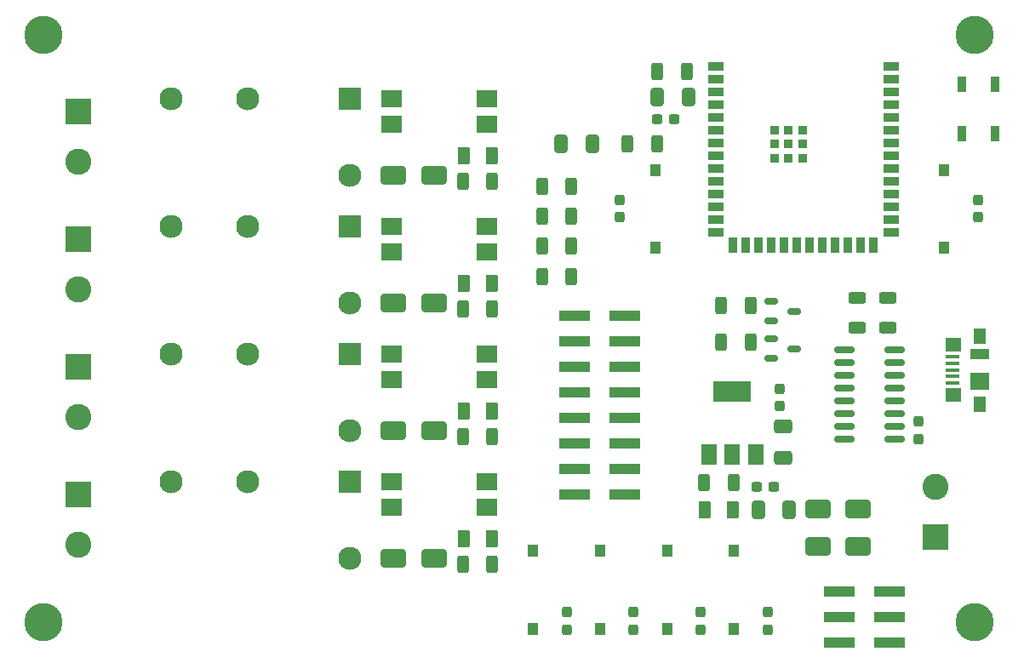
<source format=gbr>
%TF.GenerationSoftware,KiCad,Pcbnew,7.0.6*%
%TF.CreationDate,2023-08-03T00:29:09-04:00*%
%TF.ProjectId,esp32_rele_v1,65737033-325f-4726-956c-655f76312e6b,rev?*%
%TF.SameCoordinates,Original*%
%TF.FileFunction,Soldermask,Top*%
%TF.FilePolarity,Negative*%
%FSLAX46Y46*%
G04 Gerber Fmt 4.6, Leading zero omitted, Abs format (unit mm)*
G04 Created by KiCad (PCBNEW 7.0.6) date 2023-08-03 00:29:09*
%MOMM*%
%LPD*%
G01*
G04 APERTURE LIST*
G04 Aperture macros list*
%AMRoundRect*
0 Rectangle with rounded corners*
0 $1 Rounding radius*
0 $2 $3 $4 $5 $6 $7 $8 $9 X,Y pos of 4 corners*
0 Add a 4 corners polygon primitive as box body*
4,1,4,$2,$3,$4,$5,$6,$7,$8,$9,$2,$3,0*
0 Add four circle primitives for the rounded corners*
1,1,$1+$1,$2,$3*
1,1,$1+$1,$4,$5*
1,1,$1+$1,$6,$7*
1,1,$1+$1,$8,$9*
0 Add four rect primitives between the rounded corners*
20,1,$1+$1,$2,$3,$4,$5,0*
20,1,$1+$1,$4,$5,$6,$7,0*
20,1,$1+$1,$6,$7,$8,$9,0*
20,1,$1+$1,$8,$9,$2,$3,0*%
G04 Aperture macros list end*
%ADD10R,2.300000X2.300000*%
%ADD11C,2.300000*%
%ADD12RoundRect,0.237500X0.237500X-0.300000X0.237500X0.300000X-0.237500X0.300000X-0.237500X-0.300000X0*%
%ADD13RoundRect,0.250000X-0.375000X-0.625000X0.375000X-0.625000X0.375000X0.625000X-0.375000X0.625000X0*%
%ADD14RoundRect,0.250000X-0.312500X-0.625000X0.312500X-0.625000X0.312500X0.625000X-0.312500X0.625000X0*%
%ADD15R,1.000000X1.250000*%
%ADD16RoundRect,0.250000X-1.000000X-0.650000X1.000000X-0.650000X1.000000X0.650000X-1.000000X0.650000X0*%
%ADD17R,2.600000X2.600000*%
%ADD18C,2.600000*%
%ADD19RoundRect,0.250000X0.375000X0.625000X-0.375000X0.625000X-0.375000X-0.625000X0.375000X-0.625000X0*%
%ADD20RoundRect,0.250000X0.650000X-0.412500X0.650000X0.412500X-0.650000X0.412500X-0.650000X-0.412500X0*%
%ADD21RoundRect,0.250000X0.312500X0.625000X-0.312500X0.625000X-0.312500X-0.625000X0.312500X-0.625000X0*%
%ADD22R,3.150000X1.000000*%
%ADD23RoundRect,0.250000X0.412500X0.650000X-0.412500X0.650000X-0.412500X-0.650000X0.412500X-0.650000X0*%
%ADD24C,3.800000*%
%ADD25RoundRect,0.237500X-0.237500X0.300000X-0.237500X-0.300000X0.237500X-0.300000X0.237500X0.300000X0*%
%ADD26RoundRect,0.150000X-0.512500X-0.150000X0.512500X-0.150000X0.512500X0.150000X-0.512500X0.150000X0*%
%ADD27R,2.000000X1.780000*%
%ADD28R,1.500000X2.000000*%
%ADD29R,3.800000X2.000000*%
%ADD30RoundRect,0.237500X-0.300000X-0.237500X0.300000X-0.237500X0.300000X0.237500X-0.300000X0.237500X0*%
%ADD31RoundRect,0.250000X0.625000X-0.312500X0.625000X0.312500X-0.625000X0.312500X-0.625000X-0.312500X0*%
%ADD32RoundRect,0.250000X-0.412500X-0.650000X0.412500X-0.650000X0.412500X0.650000X-0.412500X0.650000X0*%
%ADD33R,1.300000X1.650000*%
%ADD34R,1.550000X1.425000*%
%ADD35R,1.900000X1.000000*%
%ADD36R,1.900000X1.800000*%
%ADD37R,1.380000X0.450000*%
%ADD38R,1.500000X0.900000*%
%ADD39R,0.900000X1.500000*%
%ADD40R,0.900000X0.900000*%
%ADD41RoundRect,0.150000X0.825000X0.150000X-0.825000X0.150000X-0.825000X-0.150000X0.825000X-0.150000X0*%
%ADD42RoundRect,0.237500X0.300000X0.237500X-0.300000X0.237500X-0.300000X-0.237500X0.300000X-0.237500X0*%
G04 APERTURE END LIST*
D10*
%TO.C,K1*%
X34275000Y-22870000D03*
D11*
X24115000Y-22870000D03*
X16495000Y-22870000D03*
X34275000Y-30490000D03*
%TD*%
D12*
%TO.C,C8*%
X96774000Y-22006500D03*
X96774000Y-20281500D03*
%TD*%
D13*
%TO.C,D7*%
X45590000Y-15875000D03*
X48390000Y-15875000D03*
%TD*%
D14*
%TO.C,R1*%
X61907500Y-14720000D03*
X64832500Y-14720000D03*
%TD*%
D15*
%TO.C,BT4*%
X72493428Y-62930000D03*
X72493428Y-55180000D03*
%TD*%
D16*
%TO.C,D10*%
X38640000Y-43180000D03*
X42640000Y-43180000D03*
%TD*%
D17*
%TO.C,J5*%
X7315000Y-36870000D03*
D18*
X7315000Y-41870000D03*
%TD*%
D19*
%TO.C,D3*%
X72396500Y-51092000D03*
X69596500Y-51092000D03*
%TD*%
D20*
%TO.C,C7*%
X77396500Y-45923500D03*
X77396500Y-42798500D03*
%TD*%
D21*
%TO.C,R11*%
X56312500Y-27880000D03*
X53387500Y-27880000D03*
%TD*%
D16*
%TO.C,D1*%
X80862500Y-51040000D03*
X84862500Y-51040000D03*
%TD*%
D14*
%TO.C,R2*%
X64857500Y-7480000D03*
X67782500Y-7480000D03*
%TD*%
D22*
%TO.C,J2*%
X82945000Y-59180000D03*
X87995000Y-59180000D03*
X82945000Y-61720000D03*
X87995000Y-61720000D03*
X82945000Y-64260000D03*
X87995000Y-64260000D03*
%TD*%
D16*
%TO.C,D2*%
X80862500Y-54770000D03*
X84862500Y-54770000D03*
%TD*%
D23*
%TO.C,C3*%
X58442500Y-14720000D03*
X55317500Y-14720000D03*
%TD*%
D15*
%TO.C,SW2*%
X64643000Y-25019000D03*
X64643000Y-17269000D03*
%TD*%
D24*
%TO.C,H2*%
X96450000Y-3810000D03*
%TD*%
D15*
%TO.C,BT3*%
X65837714Y-62930000D03*
X65837714Y-55180000D03*
%TD*%
D14*
%TO.C,R13*%
X45527500Y-43815000D03*
X48452500Y-43815000D03*
%TD*%
D15*
%TO.C,BT2*%
X59182000Y-62930000D03*
X59182000Y-55180000D03*
%TD*%
D25*
%TO.C,C6*%
X77015500Y-39053500D03*
X77015500Y-40778500D03*
%TD*%
D26*
%TO.C,Q2*%
X76178000Y-34115000D03*
X76178000Y-36015000D03*
X78453000Y-35065000D03*
%TD*%
D25*
%TO.C,C9*%
X90805000Y-42317500D03*
X90805000Y-44042500D03*
%TD*%
D21*
%TO.C,R10*%
X56312500Y-18880000D03*
X53387500Y-18880000D03*
%TD*%
%TO.C,R3*%
X72459000Y-48389000D03*
X69534000Y-48389000D03*
%TD*%
D24*
%TO.C,H1*%
X3810000Y-3810000D03*
%TD*%
D13*
%TO.C,D5*%
X45590000Y-28575000D03*
X48390000Y-28575000D03*
%TD*%
D27*
%TO.C,U7*%
X47945000Y-50800000D03*
X47945000Y-48260000D03*
X38415000Y-48260000D03*
X38415000Y-50800000D03*
%TD*%
D28*
%TO.C,U1*%
X70039500Y-45604000D03*
X72339500Y-45604000D03*
D29*
X72339500Y-39304000D03*
D28*
X74639500Y-45604000D03*
%TD*%
D21*
%TO.C,R9*%
X56312500Y-24880000D03*
X53387500Y-24880000D03*
%TD*%
D16*
%TO.C,D9*%
X38640000Y-30480000D03*
X42640000Y-30480000D03*
%TD*%
D27*
%TO.C,U5*%
X47945000Y-38100000D03*
X47945000Y-35560000D03*
X38415000Y-35560000D03*
X38415000Y-38100000D03*
%TD*%
D30*
%TO.C,C4*%
X64827500Y-12200000D03*
X66552500Y-12200000D03*
%TD*%
D23*
%TO.C,C2*%
X78011000Y-51092000D03*
X74886000Y-51092000D03*
%TD*%
D31*
%TO.C,R6*%
X84709000Y-32958500D03*
X84709000Y-30033500D03*
%TD*%
D17*
%TO.C,J1*%
X92505000Y-53840000D03*
D18*
X92505000Y-48840000D03*
%TD*%
D10*
%TO.C,K2*%
X34275000Y-35570000D03*
D11*
X24115000Y-35570000D03*
X16495000Y-35570000D03*
X34275000Y-43190000D03*
%TD*%
D17*
%TO.C,J8*%
X7315000Y-24170000D03*
D18*
X7315000Y-29170000D03*
%TD*%
D16*
%TO.C,D11*%
X38640000Y-17780000D03*
X42640000Y-17780000D03*
%TD*%
D15*
%TO.C,SW1*%
X93345000Y-17269000D03*
X93345000Y-25019000D03*
%TD*%
D17*
%TO.C,J7*%
X7315000Y-11470000D03*
D18*
X7315000Y-16470000D03*
%TD*%
D22*
%TO.C,J3*%
X61665000Y-49600000D03*
X56615000Y-49600000D03*
X61665000Y-47060000D03*
X56615000Y-47060000D03*
X61665000Y-44520000D03*
X56615000Y-44520000D03*
X61665000Y-41980000D03*
X56615000Y-41980000D03*
X61665000Y-39440000D03*
X56615000Y-39440000D03*
X61665000Y-36900000D03*
X56615000Y-36900000D03*
X61665000Y-34360000D03*
X56615000Y-34360000D03*
X61665000Y-31820000D03*
X56615000Y-31820000D03*
%TD*%
D27*
%TO.C,U4*%
X47945000Y-25400000D03*
X47945000Y-22860000D03*
X38415000Y-22860000D03*
X38415000Y-25400000D03*
%TD*%
D25*
%TO.C,C13*%
X75821286Y-61292500D03*
X75821286Y-63017500D03*
%TD*%
D27*
%TO.C,U6*%
X47945000Y-12700000D03*
X47945000Y-10160000D03*
X38415000Y-10160000D03*
X38415000Y-12700000D03*
%TD*%
D25*
%TO.C,C11*%
X69165571Y-61292500D03*
X69165571Y-63017500D03*
%TD*%
D26*
%TO.C,Q1*%
X76178000Y-30377000D03*
X76178000Y-32277000D03*
X78453000Y-31327000D03*
%TD*%
D10*
%TO.C,K4*%
X34275000Y-48270000D03*
D11*
X24115000Y-48270000D03*
X16495000Y-48270000D03*
X34275000Y-55890000D03*
%TD*%
D24*
%TO.C,H3*%
X96450000Y-62230000D03*
%TD*%
D32*
%TO.C,C1*%
X64827500Y-10050000D03*
X67952500Y-10050000D03*
%TD*%
D25*
%TO.C,C14*%
X62509857Y-61292500D03*
X62509857Y-63017500D03*
%TD*%
D33*
%TO.C,J4*%
X96916800Y-33810600D03*
D34*
X94341800Y-34698100D03*
D35*
X96916800Y-35635600D03*
D36*
X96916800Y-38335600D03*
D34*
X94341800Y-39673100D03*
D33*
X96916800Y-40560600D03*
D37*
X94256800Y-35885600D03*
X94256800Y-36535600D03*
X94256800Y-37185600D03*
X94256800Y-37835600D03*
X94256800Y-38485600D03*
%TD*%
D31*
%TO.C,R7*%
X87757000Y-32958500D03*
X87757000Y-30033500D03*
%TD*%
D16*
%TO.C,D12*%
X42640000Y-55880000D03*
X38640000Y-55880000D03*
%TD*%
D25*
%TO.C,C10*%
X61087000Y-20281500D03*
X61087000Y-22006500D03*
%TD*%
D13*
%TO.C,D6*%
X45590000Y-41275000D03*
X48390000Y-41275000D03*
%TD*%
D38*
%TO.C,U2*%
X70650000Y-6980000D03*
X70650000Y-8250000D03*
X70650000Y-9520000D03*
X70650000Y-10790000D03*
X70650000Y-12060000D03*
X70650000Y-13330000D03*
X70650000Y-14600000D03*
X70650000Y-15870000D03*
X70650000Y-17140000D03*
X70650000Y-18410000D03*
X70650000Y-19680000D03*
X70650000Y-20950000D03*
X70650000Y-22220000D03*
X70650000Y-23490000D03*
D39*
X72415000Y-24740000D03*
X73685000Y-24740000D03*
X74955000Y-24740000D03*
X76225000Y-24740000D03*
X77495000Y-24740000D03*
X78765000Y-24740000D03*
X80035000Y-24740000D03*
X81305000Y-24740000D03*
X82575000Y-24740000D03*
X83845000Y-24740000D03*
X85115000Y-24740000D03*
X86385000Y-24740000D03*
D38*
X88150000Y-23490000D03*
X88150000Y-22220000D03*
X88150000Y-20950000D03*
X88150000Y-19680000D03*
X88150000Y-18410000D03*
X88150000Y-17140000D03*
X88150000Y-15870000D03*
X88150000Y-14600000D03*
X88150000Y-13330000D03*
X88150000Y-12060000D03*
X88150000Y-10790000D03*
X88150000Y-9520000D03*
X88150000Y-8250000D03*
X88150000Y-6980000D03*
D40*
X76500000Y-13300000D03*
X76500000Y-14700000D03*
X76500000Y-16100000D03*
X76500000Y-16100000D03*
X77900000Y-13300000D03*
X77900000Y-13300000D03*
X77900000Y-14700000D03*
X77900000Y-16100000D03*
X79300000Y-13300000D03*
X79300000Y-14700000D03*
X79300000Y-16100000D03*
%TD*%
D14*
%TO.C,R14*%
X45527500Y-18415000D03*
X48452500Y-18415000D03*
%TD*%
D15*
%TO.C,BT1*%
X52526286Y-62930000D03*
X52526286Y-55180000D03*
%TD*%
D21*
%TO.C,R8*%
X56312500Y-21880000D03*
X53387500Y-21880000D03*
%TD*%
D39*
%TO.C,D4*%
X95180000Y-13650000D03*
X98480000Y-13650000D03*
X98480000Y-8750000D03*
X95180000Y-8750000D03*
%TD*%
D10*
%TO.C,K3*%
X34290000Y-10160000D03*
D11*
X24130000Y-10160000D03*
X16510000Y-10160000D03*
X34290000Y-17780000D03*
%TD*%
D14*
%TO.C,R15*%
X45527500Y-56515000D03*
X48452500Y-56515000D03*
%TD*%
D41*
%TO.C,U3*%
X88454000Y-44069000D03*
X88454000Y-42799000D03*
X88454000Y-41529000D03*
X88454000Y-40259000D03*
X88454000Y-38989000D03*
X88454000Y-37719000D03*
X88454000Y-36449000D03*
X88454000Y-35179000D03*
X83504000Y-35179000D03*
X83504000Y-36449000D03*
X83504000Y-37719000D03*
X83504000Y-38989000D03*
X83504000Y-40259000D03*
X83504000Y-41529000D03*
X83504000Y-42799000D03*
X83504000Y-44069000D03*
%TD*%
D17*
%TO.C,J6*%
X7315000Y-49570000D03*
D18*
X7315000Y-54570000D03*
%TD*%
D14*
%TO.C,R5*%
X71235000Y-34430000D03*
X74160000Y-34430000D03*
%TD*%
D42*
%TO.C,C5*%
X76481000Y-48779000D03*
X74756000Y-48779000D03*
%TD*%
D13*
%TO.C,D8*%
X45590000Y-53975000D03*
X48390000Y-53975000D03*
%TD*%
D14*
%TO.C,R4*%
X71235000Y-30747000D03*
X74160000Y-30747000D03*
%TD*%
D25*
%TO.C,C12*%
X55854143Y-61292500D03*
X55854143Y-63017500D03*
%TD*%
D14*
%TO.C,R12*%
X45527500Y-31115000D03*
X48452500Y-31115000D03*
%TD*%
D24*
%TO.C,H4*%
X3810000Y-62230000D03*
%TD*%
M02*

</source>
